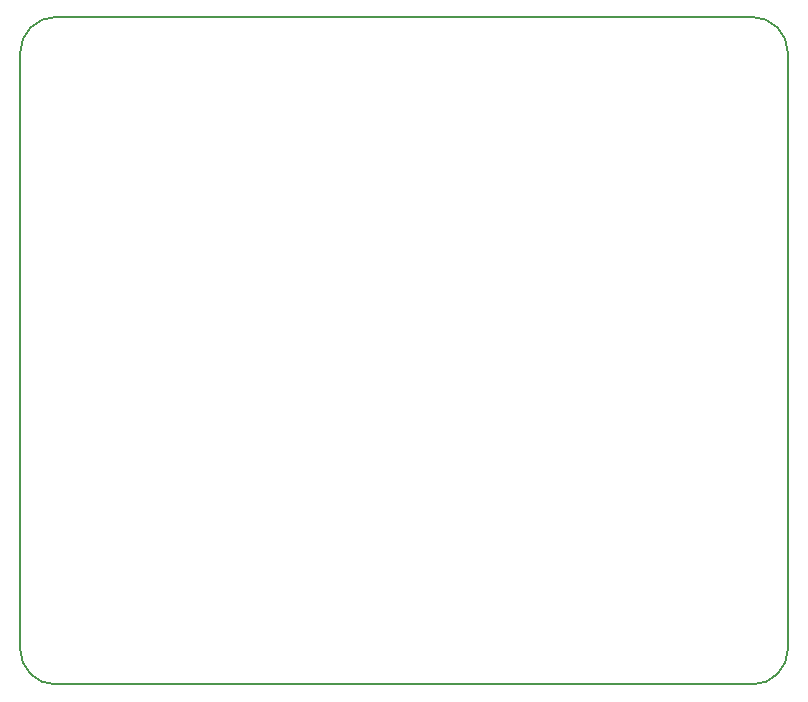
<source format=gm1>
G04 #@! TF.FileFunction,Profile,NP*
%FSLAX46Y46*%
G04 Gerber Fmt 4.6, Leading zero omitted, Abs format (unit mm)*
G04 Created by KiCad (PCBNEW (2015-06-25 BZR 5821)-product) date Thu 25 Jun 2015 01:48:58 PM EDT*
%MOMM*%
G01*
G04 APERTURE LIST*
%ADD10C,0.200000*%
%ADD11C,0.150000*%
G04 APERTURE END LIST*
D10*
D11*
X32000000Y-77500000D02*
G75*
G02X29000000Y-74500000I0J3000000D01*
G01*
X94000000Y-24000000D02*
G75*
G03X91000000Y-21000000I-3000000J0D01*
G01*
X94000000Y-24000000D02*
X94000000Y-74500000D01*
X91000000Y-77500000D02*
G75*
G03X94000000Y-74500000I0J3000000D01*
G01*
X32000000Y-77500000D02*
X91000000Y-77500000D01*
X29000000Y-74500000D02*
X29000000Y-24000000D01*
X32000000Y-21000000D02*
G75*
G03X29000000Y-24000000I0J-3000000D01*
G01*
X32000000Y-21000000D02*
X91000000Y-21000000D01*
M02*

</source>
